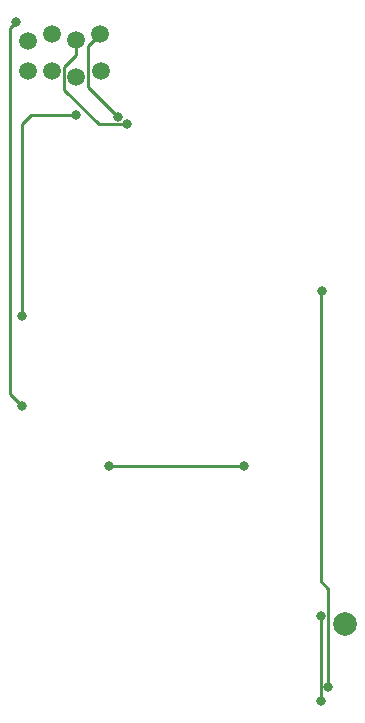
<source format=gbr>
%TF.GenerationSoftware,KiCad,Pcbnew,7.0.7*%
%TF.CreationDate,2023-10-06T13:44:46-06:00*%
%TF.ProjectId,pico_flatflex,7069636f-5f66-46c6-9174-666c65782e6b,rev?*%
%TF.SameCoordinates,Original*%
%TF.FileFunction,Copper,L2,Bot*%
%TF.FilePolarity,Positive*%
%FSLAX46Y46*%
G04 Gerber Fmt 4.6, Leading zero omitted, Abs format (unit mm)*
G04 Created by KiCad (PCBNEW 7.0.7) date 2023-10-06 13:44:46*
%MOMM*%
%LPD*%
G01*
G04 APERTURE LIST*
%TA.AperFunction,ComponentPad*%
%ADD10C,1.500000*%
%TD*%
%TA.AperFunction,ComponentPad*%
%ADD11C,2.000000*%
%TD*%
%TA.AperFunction,ViaPad*%
%ADD12C,0.800000*%
%TD*%
%TA.AperFunction,Conductor*%
%ADD13C,0.250000*%
%TD*%
G04 APERTURE END LIST*
D10*
%TO.P,REF\u002A\u002A,1*%
%TO.N,N/C*%
X22047200Y-98653600D03*
%TD*%
%TO.P,REF\u002A\u002A,1*%
%TO.N,N/C*%
X28194000Y-95504000D03*
%TD*%
%TO.P,REF\u002A\u002A,1*%
%TO.N,N/C*%
X26162000Y-95961200D03*
%TD*%
%TO.P,REF\u002A\u002A,1*%
%TO.N,N/C*%
X24130000Y-98653600D03*
%TD*%
%TO.P,REF\u002A\u002A,1*%
%TO.N,N/C*%
X22098000Y-96088200D03*
%TD*%
%TO.P,REF\u002A\u002A,1*%
%TO.N,N/C*%
X28244800Y-98628200D03*
%TD*%
D11*
%TO.P,REF\u002A\u002A,1*%
%TO.N,N/C*%
X48895000Y-145415000D03*
%TD*%
D10*
%TO.P,REF\u002A\u002A,1*%
%TO.N,N/C*%
X24130000Y-95504000D03*
%TD*%
%TO.P,REF\u002A\u002A,1*%
%TO.N,N/C*%
X26162000Y-99136200D03*
%TD*%
D12*
%TO.N,*%
X46863000Y-151968200D03*
X46863000Y-144780000D03*
X29718000Y-102489000D03*
X30480000Y-103124000D03*
X21590000Y-127000000D03*
X28956000Y-132080000D03*
X21082000Y-94488000D03*
X40386000Y-132080000D03*
X26162000Y-102362000D03*
X47498000Y-150749000D03*
X46990000Y-117221000D03*
X21590000Y-119380000D03*
%TD*%
D13*
%TO.N,*%
X47498000Y-150749000D02*
X47498000Y-142468600D01*
X46863000Y-141833600D02*
X46863000Y-117348000D01*
X47498000Y-142468600D02*
X46863000Y-141833600D01*
X46863000Y-117348000D02*
X46990000Y-117221000D01*
X46863000Y-151968200D02*
X46863000Y-144780000D01*
X29718000Y-102489000D02*
X27178000Y-99949000D01*
X27178000Y-99949000D02*
X27178000Y-96520000D01*
X27178000Y-96520000D02*
X28194000Y-95504000D01*
X30480000Y-103124000D02*
X28067000Y-103124000D01*
X28067000Y-103124000D02*
X25146000Y-100203000D01*
X25146000Y-98298000D02*
X26162000Y-97282000D01*
X26162000Y-97282000D02*
X26162000Y-95961200D01*
X25146000Y-100203000D02*
X25146000Y-98298000D01*
X20574000Y-94996000D02*
X20574000Y-125984000D01*
X21082000Y-94488000D02*
X20574000Y-94996000D01*
X20574000Y-125984000D02*
X21590000Y-127000000D01*
X22352000Y-102362000D02*
X26162000Y-102362000D01*
X28956000Y-132080000D02*
X40386000Y-132080000D01*
X21590000Y-119380000D02*
X21590000Y-103124000D01*
X21590000Y-103124000D02*
X22352000Y-102362000D01*
%TD*%
M02*

</source>
